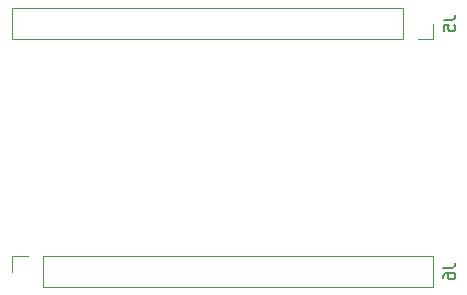
<source format=gbr>
G04 #@! TF.GenerationSoftware,KiCad,Pcbnew,5.1.4+dfsg1-1*
G04 #@! TF.CreationDate,2019-12-01T21:22:26+08:00*
G04 #@! TF.ProjectId,octolight,6f63746f-6c69-4676-9874-2e6b69636164,rev?*
G04 #@! TF.SameCoordinates,Original*
G04 #@! TF.FileFunction,Legend,Bot*
G04 #@! TF.FilePolarity,Positive*
%FSLAX46Y46*%
G04 Gerber Fmt 4.6, Leading zero omitted, Abs format (unit mm)*
G04 Created by KiCad (PCBNEW 5.1.4+dfsg1-1) date 2019-12-01 21:22:26*
%MOMM*%
%LPD*%
G04 APERTURE LIST*
%ADD10C,0.120000*%
%ADD11C,0.150000*%
G04 APERTURE END LIST*
D10*
X158600000Y-87830000D02*
X158600000Y-86500000D01*
X157270000Y-87830000D02*
X158600000Y-87830000D01*
X156000000Y-87830000D02*
X156000000Y-85170000D01*
X156000000Y-85170000D02*
X122920000Y-85170000D01*
X156000000Y-87830000D02*
X122920000Y-87830000D01*
X122920000Y-87830000D02*
X122920000Y-85170000D01*
X158600000Y-106170000D02*
X158600000Y-108830000D01*
X125520000Y-106170000D02*
X158600000Y-106170000D01*
X125520000Y-108830000D02*
X158600000Y-108830000D01*
X125520000Y-106170000D02*
X125520000Y-108830000D01*
X124250000Y-106170000D02*
X122920000Y-106170000D01*
X122920000Y-106170000D02*
X122920000Y-107500000D01*
D11*
X159472380Y-86166666D02*
X160186666Y-86166666D01*
X160329523Y-86119047D01*
X160424761Y-86023809D01*
X160472380Y-85880952D01*
X160472380Y-85785714D01*
X159472380Y-87119047D02*
X159472380Y-86642857D01*
X159948571Y-86595238D01*
X159900952Y-86642857D01*
X159853333Y-86738095D01*
X159853333Y-86976190D01*
X159900952Y-87071428D01*
X159948571Y-87119047D01*
X160043809Y-87166666D01*
X160281904Y-87166666D01*
X160377142Y-87119047D01*
X160424761Y-87071428D01*
X160472380Y-86976190D01*
X160472380Y-86738095D01*
X160424761Y-86642857D01*
X160377142Y-86595238D01*
X159452380Y-107166666D02*
X160166666Y-107166666D01*
X160309523Y-107119047D01*
X160404761Y-107023809D01*
X160452380Y-106880952D01*
X160452380Y-106785714D01*
X159452380Y-108071428D02*
X159452380Y-107880952D01*
X159500000Y-107785714D01*
X159547619Y-107738095D01*
X159690476Y-107642857D01*
X159880952Y-107595238D01*
X160261904Y-107595238D01*
X160357142Y-107642857D01*
X160404761Y-107690476D01*
X160452380Y-107785714D01*
X160452380Y-107976190D01*
X160404761Y-108071428D01*
X160357142Y-108119047D01*
X160261904Y-108166666D01*
X160023809Y-108166666D01*
X159928571Y-108119047D01*
X159880952Y-108071428D01*
X159833333Y-107976190D01*
X159833333Y-107785714D01*
X159880952Y-107690476D01*
X159928571Y-107642857D01*
X160023809Y-107595238D01*
M02*

</source>
